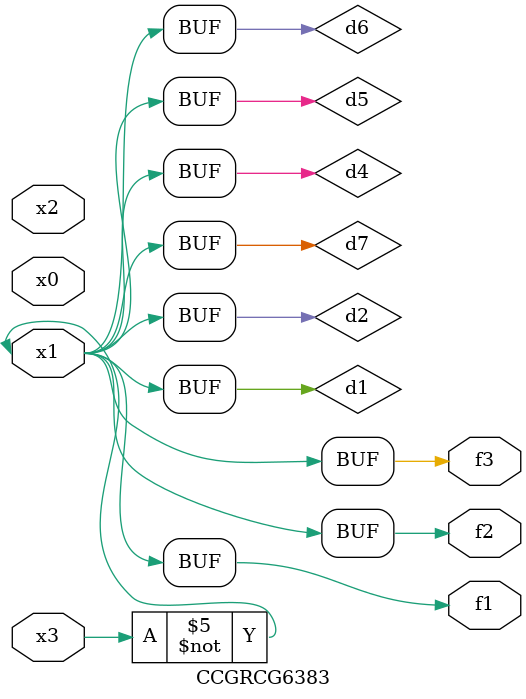
<source format=v>
module CCGRCG6383(
	input x0, x1, x2, x3,
	output f1, f2, f3
);

	wire d1, d2, d3, d4, d5, d6, d7;

	not (d1, x3);
	buf (d2, x1);
	xnor (d3, d1, d2);
	nor (d4, d1);
	buf (d5, d1, d2);
	buf (d6, d4, d5);
	nand (d7, d4);
	assign f1 = d6;
	assign f2 = d7;
	assign f3 = d6;
endmodule

</source>
